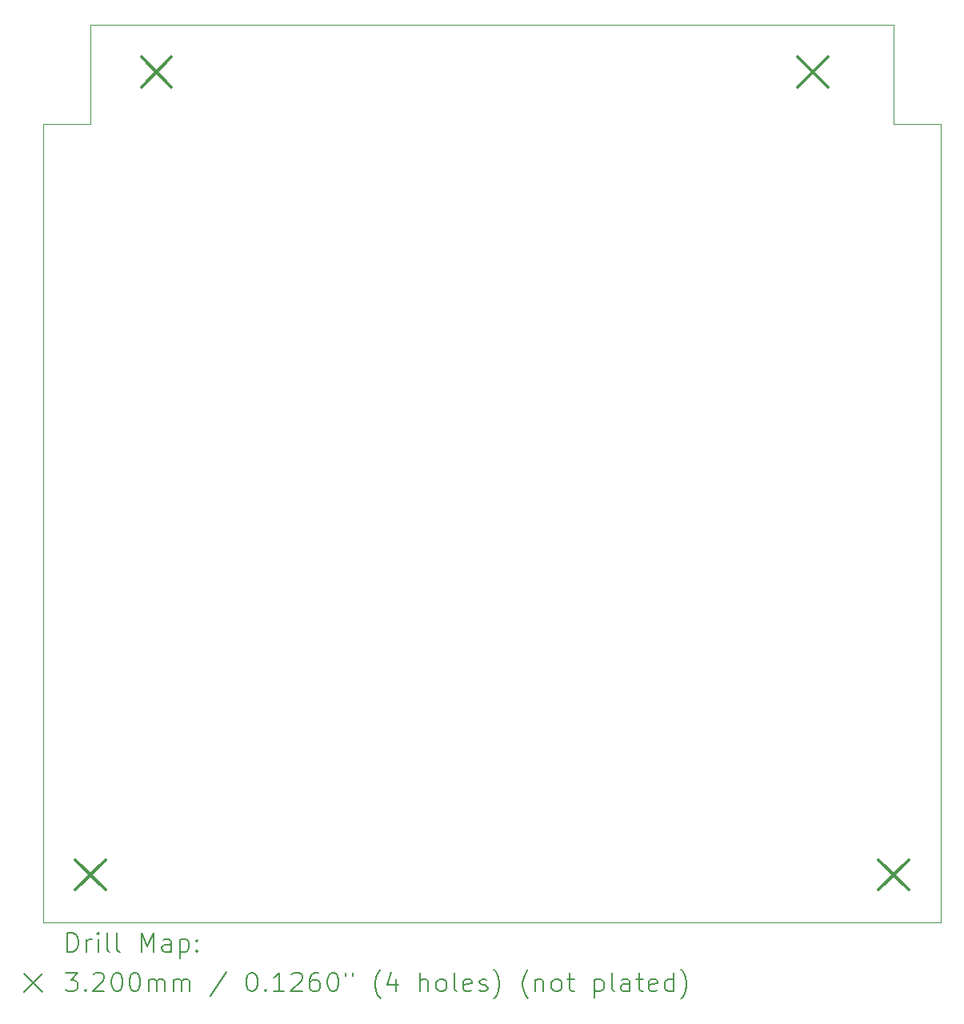
<source format=gbr>
%TF.GenerationSoftware,KiCad,Pcbnew,8.0.0*%
%TF.CreationDate,2025-01-17T00:29:13+02:00*%
%TF.ProjectId,diplomna_2024_sensors_pcb_layout,6469706c-6f6d-46e6-915f-323032345f73,rev?*%
%TF.SameCoordinates,Original*%
%TF.FileFunction,Drillmap*%
%TF.FilePolarity,Positive*%
%FSLAX45Y45*%
G04 Gerber Fmt 4.5, Leading zero omitted, Abs format (unit mm)*
G04 Created by KiCad (PCBNEW 8.0.0) date 2025-01-17 00:29:13*
%MOMM*%
%LPD*%
G01*
G04 APERTURE LIST*
%ADD10C,0.050000*%
%ADD11C,0.200000*%
%ADD12C,0.320000*%
G04 APERTURE END LIST*
D10*
X25200000Y-14550000D02*
X15700000Y-14550000D01*
X24700000Y-5050000D02*
X24700000Y-6100000D01*
X25200000Y-6100000D02*
X25200000Y-14550000D01*
X15700000Y-14550000D02*
X15700000Y-6100000D01*
X16200000Y-6100000D02*
X16200000Y-5050000D01*
X24700000Y-6100000D02*
X25200000Y-6100000D01*
X16200000Y-5050000D02*
X24700000Y-5050000D01*
X15700000Y-6100000D02*
X16200000Y-6100000D01*
D11*
D12*
X16040000Y-13890000D02*
X16360000Y-14210000D01*
X16360000Y-13890000D02*
X16040000Y-14210000D01*
X16740000Y-5390000D02*
X17060000Y-5710000D01*
X17060000Y-5390000D02*
X16740000Y-5710000D01*
X23690000Y-5390000D02*
X24010000Y-5710000D01*
X24010000Y-5390000D02*
X23690000Y-5710000D01*
X24540000Y-13890000D02*
X24860000Y-14210000D01*
X24860000Y-13890000D02*
X24540000Y-14210000D01*
D11*
X15958277Y-14863984D02*
X15958277Y-14663984D01*
X15958277Y-14663984D02*
X16005896Y-14663984D01*
X16005896Y-14663984D02*
X16034467Y-14673508D01*
X16034467Y-14673508D02*
X16053515Y-14692555D01*
X16053515Y-14692555D02*
X16063039Y-14711603D01*
X16063039Y-14711603D02*
X16072562Y-14749698D01*
X16072562Y-14749698D02*
X16072562Y-14778269D01*
X16072562Y-14778269D02*
X16063039Y-14816365D01*
X16063039Y-14816365D02*
X16053515Y-14835412D01*
X16053515Y-14835412D02*
X16034467Y-14854460D01*
X16034467Y-14854460D02*
X16005896Y-14863984D01*
X16005896Y-14863984D02*
X15958277Y-14863984D01*
X16158277Y-14863984D02*
X16158277Y-14730650D01*
X16158277Y-14768746D02*
X16167801Y-14749698D01*
X16167801Y-14749698D02*
X16177324Y-14740174D01*
X16177324Y-14740174D02*
X16196372Y-14730650D01*
X16196372Y-14730650D02*
X16215420Y-14730650D01*
X16282086Y-14863984D02*
X16282086Y-14730650D01*
X16282086Y-14663984D02*
X16272562Y-14673508D01*
X16272562Y-14673508D02*
X16282086Y-14683031D01*
X16282086Y-14683031D02*
X16291610Y-14673508D01*
X16291610Y-14673508D02*
X16282086Y-14663984D01*
X16282086Y-14663984D02*
X16282086Y-14683031D01*
X16405896Y-14863984D02*
X16386848Y-14854460D01*
X16386848Y-14854460D02*
X16377324Y-14835412D01*
X16377324Y-14835412D02*
X16377324Y-14663984D01*
X16510658Y-14863984D02*
X16491610Y-14854460D01*
X16491610Y-14854460D02*
X16482086Y-14835412D01*
X16482086Y-14835412D02*
X16482086Y-14663984D01*
X16739229Y-14863984D02*
X16739229Y-14663984D01*
X16739229Y-14663984D02*
X16805896Y-14806841D01*
X16805896Y-14806841D02*
X16872563Y-14663984D01*
X16872563Y-14663984D02*
X16872563Y-14863984D01*
X17053515Y-14863984D02*
X17053515Y-14759222D01*
X17053515Y-14759222D02*
X17043991Y-14740174D01*
X17043991Y-14740174D02*
X17024944Y-14730650D01*
X17024944Y-14730650D02*
X16986848Y-14730650D01*
X16986848Y-14730650D02*
X16967801Y-14740174D01*
X17053515Y-14854460D02*
X17034467Y-14863984D01*
X17034467Y-14863984D02*
X16986848Y-14863984D01*
X16986848Y-14863984D02*
X16967801Y-14854460D01*
X16967801Y-14854460D02*
X16958277Y-14835412D01*
X16958277Y-14835412D02*
X16958277Y-14816365D01*
X16958277Y-14816365D02*
X16967801Y-14797317D01*
X16967801Y-14797317D02*
X16986848Y-14787793D01*
X16986848Y-14787793D02*
X17034467Y-14787793D01*
X17034467Y-14787793D02*
X17053515Y-14778269D01*
X17148753Y-14730650D02*
X17148753Y-14930650D01*
X17148753Y-14740174D02*
X17167801Y-14730650D01*
X17167801Y-14730650D02*
X17205896Y-14730650D01*
X17205896Y-14730650D02*
X17224944Y-14740174D01*
X17224944Y-14740174D02*
X17234467Y-14749698D01*
X17234467Y-14749698D02*
X17243991Y-14768746D01*
X17243991Y-14768746D02*
X17243991Y-14825888D01*
X17243991Y-14825888D02*
X17234467Y-14844936D01*
X17234467Y-14844936D02*
X17224944Y-14854460D01*
X17224944Y-14854460D02*
X17205896Y-14863984D01*
X17205896Y-14863984D02*
X17167801Y-14863984D01*
X17167801Y-14863984D02*
X17148753Y-14854460D01*
X17329705Y-14844936D02*
X17339229Y-14854460D01*
X17339229Y-14854460D02*
X17329705Y-14863984D01*
X17329705Y-14863984D02*
X17320182Y-14854460D01*
X17320182Y-14854460D02*
X17329705Y-14844936D01*
X17329705Y-14844936D02*
X17329705Y-14863984D01*
X17329705Y-14740174D02*
X17339229Y-14749698D01*
X17339229Y-14749698D02*
X17329705Y-14759222D01*
X17329705Y-14759222D02*
X17320182Y-14749698D01*
X17320182Y-14749698D02*
X17329705Y-14740174D01*
X17329705Y-14740174D02*
X17329705Y-14759222D01*
X15497500Y-15092500D02*
X15697500Y-15292500D01*
X15697500Y-15092500D02*
X15497500Y-15292500D01*
X15939229Y-15083984D02*
X16063039Y-15083984D01*
X16063039Y-15083984D02*
X15996372Y-15160174D01*
X15996372Y-15160174D02*
X16024943Y-15160174D01*
X16024943Y-15160174D02*
X16043991Y-15169698D01*
X16043991Y-15169698D02*
X16053515Y-15179222D01*
X16053515Y-15179222D02*
X16063039Y-15198269D01*
X16063039Y-15198269D02*
X16063039Y-15245888D01*
X16063039Y-15245888D02*
X16053515Y-15264936D01*
X16053515Y-15264936D02*
X16043991Y-15274460D01*
X16043991Y-15274460D02*
X16024943Y-15283984D01*
X16024943Y-15283984D02*
X15967801Y-15283984D01*
X15967801Y-15283984D02*
X15948753Y-15274460D01*
X15948753Y-15274460D02*
X15939229Y-15264936D01*
X16148753Y-15264936D02*
X16158277Y-15274460D01*
X16158277Y-15274460D02*
X16148753Y-15283984D01*
X16148753Y-15283984D02*
X16139229Y-15274460D01*
X16139229Y-15274460D02*
X16148753Y-15264936D01*
X16148753Y-15264936D02*
X16148753Y-15283984D01*
X16234467Y-15103031D02*
X16243991Y-15093508D01*
X16243991Y-15093508D02*
X16263039Y-15083984D01*
X16263039Y-15083984D02*
X16310658Y-15083984D01*
X16310658Y-15083984D02*
X16329705Y-15093508D01*
X16329705Y-15093508D02*
X16339229Y-15103031D01*
X16339229Y-15103031D02*
X16348753Y-15122079D01*
X16348753Y-15122079D02*
X16348753Y-15141127D01*
X16348753Y-15141127D02*
X16339229Y-15169698D01*
X16339229Y-15169698D02*
X16224943Y-15283984D01*
X16224943Y-15283984D02*
X16348753Y-15283984D01*
X16472562Y-15083984D02*
X16491610Y-15083984D01*
X16491610Y-15083984D02*
X16510658Y-15093508D01*
X16510658Y-15093508D02*
X16520182Y-15103031D01*
X16520182Y-15103031D02*
X16529705Y-15122079D01*
X16529705Y-15122079D02*
X16539229Y-15160174D01*
X16539229Y-15160174D02*
X16539229Y-15207793D01*
X16539229Y-15207793D02*
X16529705Y-15245888D01*
X16529705Y-15245888D02*
X16520182Y-15264936D01*
X16520182Y-15264936D02*
X16510658Y-15274460D01*
X16510658Y-15274460D02*
X16491610Y-15283984D01*
X16491610Y-15283984D02*
X16472562Y-15283984D01*
X16472562Y-15283984D02*
X16453515Y-15274460D01*
X16453515Y-15274460D02*
X16443991Y-15264936D01*
X16443991Y-15264936D02*
X16434467Y-15245888D01*
X16434467Y-15245888D02*
X16424943Y-15207793D01*
X16424943Y-15207793D02*
X16424943Y-15160174D01*
X16424943Y-15160174D02*
X16434467Y-15122079D01*
X16434467Y-15122079D02*
X16443991Y-15103031D01*
X16443991Y-15103031D02*
X16453515Y-15093508D01*
X16453515Y-15093508D02*
X16472562Y-15083984D01*
X16663039Y-15083984D02*
X16682086Y-15083984D01*
X16682086Y-15083984D02*
X16701134Y-15093508D01*
X16701134Y-15093508D02*
X16710658Y-15103031D01*
X16710658Y-15103031D02*
X16720182Y-15122079D01*
X16720182Y-15122079D02*
X16729705Y-15160174D01*
X16729705Y-15160174D02*
X16729705Y-15207793D01*
X16729705Y-15207793D02*
X16720182Y-15245888D01*
X16720182Y-15245888D02*
X16710658Y-15264936D01*
X16710658Y-15264936D02*
X16701134Y-15274460D01*
X16701134Y-15274460D02*
X16682086Y-15283984D01*
X16682086Y-15283984D02*
X16663039Y-15283984D01*
X16663039Y-15283984D02*
X16643991Y-15274460D01*
X16643991Y-15274460D02*
X16634467Y-15264936D01*
X16634467Y-15264936D02*
X16624943Y-15245888D01*
X16624943Y-15245888D02*
X16615420Y-15207793D01*
X16615420Y-15207793D02*
X16615420Y-15160174D01*
X16615420Y-15160174D02*
X16624943Y-15122079D01*
X16624943Y-15122079D02*
X16634467Y-15103031D01*
X16634467Y-15103031D02*
X16643991Y-15093508D01*
X16643991Y-15093508D02*
X16663039Y-15083984D01*
X16815420Y-15283984D02*
X16815420Y-15150650D01*
X16815420Y-15169698D02*
X16824944Y-15160174D01*
X16824944Y-15160174D02*
X16843991Y-15150650D01*
X16843991Y-15150650D02*
X16872563Y-15150650D01*
X16872563Y-15150650D02*
X16891610Y-15160174D01*
X16891610Y-15160174D02*
X16901134Y-15179222D01*
X16901134Y-15179222D02*
X16901134Y-15283984D01*
X16901134Y-15179222D02*
X16910658Y-15160174D01*
X16910658Y-15160174D02*
X16929705Y-15150650D01*
X16929705Y-15150650D02*
X16958277Y-15150650D01*
X16958277Y-15150650D02*
X16977325Y-15160174D01*
X16977325Y-15160174D02*
X16986848Y-15179222D01*
X16986848Y-15179222D02*
X16986848Y-15283984D01*
X17082086Y-15283984D02*
X17082086Y-15150650D01*
X17082086Y-15169698D02*
X17091610Y-15160174D01*
X17091610Y-15160174D02*
X17110658Y-15150650D01*
X17110658Y-15150650D02*
X17139229Y-15150650D01*
X17139229Y-15150650D02*
X17158277Y-15160174D01*
X17158277Y-15160174D02*
X17167801Y-15179222D01*
X17167801Y-15179222D02*
X17167801Y-15283984D01*
X17167801Y-15179222D02*
X17177325Y-15160174D01*
X17177325Y-15160174D02*
X17196372Y-15150650D01*
X17196372Y-15150650D02*
X17224944Y-15150650D01*
X17224944Y-15150650D02*
X17243991Y-15160174D01*
X17243991Y-15160174D02*
X17253515Y-15179222D01*
X17253515Y-15179222D02*
X17253515Y-15283984D01*
X17643991Y-15074460D02*
X17472563Y-15331603D01*
X17901134Y-15083984D02*
X17920182Y-15083984D01*
X17920182Y-15083984D02*
X17939229Y-15093508D01*
X17939229Y-15093508D02*
X17948753Y-15103031D01*
X17948753Y-15103031D02*
X17958277Y-15122079D01*
X17958277Y-15122079D02*
X17967801Y-15160174D01*
X17967801Y-15160174D02*
X17967801Y-15207793D01*
X17967801Y-15207793D02*
X17958277Y-15245888D01*
X17958277Y-15245888D02*
X17948753Y-15264936D01*
X17948753Y-15264936D02*
X17939229Y-15274460D01*
X17939229Y-15274460D02*
X17920182Y-15283984D01*
X17920182Y-15283984D02*
X17901134Y-15283984D01*
X17901134Y-15283984D02*
X17882087Y-15274460D01*
X17882087Y-15274460D02*
X17872563Y-15264936D01*
X17872563Y-15264936D02*
X17863039Y-15245888D01*
X17863039Y-15245888D02*
X17853515Y-15207793D01*
X17853515Y-15207793D02*
X17853515Y-15160174D01*
X17853515Y-15160174D02*
X17863039Y-15122079D01*
X17863039Y-15122079D02*
X17872563Y-15103031D01*
X17872563Y-15103031D02*
X17882087Y-15093508D01*
X17882087Y-15093508D02*
X17901134Y-15083984D01*
X18053515Y-15264936D02*
X18063039Y-15274460D01*
X18063039Y-15274460D02*
X18053515Y-15283984D01*
X18053515Y-15283984D02*
X18043991Y-15274460D01*
X18043991Y-15274460D02*
X18053515Y-15264936D01*
X18053515Y-15264936D02*
X18053515Y-15283984D01*
X18253515Y-15283984D02*
X18139229Y-15283984D01*
X18196372Y-15283984D02*
X18196372Y-15083984D01*
X18196372Y-15083984D02*
X18177325Y-15112555D01*
X18177325Y-15112555D02*
X18158277Y-15131603D01*
X18158277Y-15131603D02*
X18139229Y-15141127D01*
X18329706Y-15103031D02*
X18339229Y-15093508D01*
X18339229Y-15093508D02*
X18358277Y-15083984D01*
X18358277Y-15083984D02*
X18405896Y-15083984D01*
X18405896Y-15083984D02*
X18424944Y-15093508D01*
X18424944Y-15093508D02*
X18434468Y-15103031D01*
X18434468Y-15103031D02*
X18443991Y-15122079D01*
X18443991Y-15122079D02*
X18443991Y-15141127D01*
X18443991Y-15141127D02*
X18434468Y-15169698D01*
X18434468Y-15169698D02*
X18320182Y-15283984D01*
X18320182Y-15283984D02*
X18443991Y-15283984D01*
X18615420Y-15083984D02*
X18577325Y-15083984D01*
X18577325Y-15083984D02*
X18558277Y-15093508D01*
X18558277Y-15093508D02*
X18548753Y-15103031D01*
X18548753Y-15103031D02*
X18529706Y-15131603D01*
X18529706Y-15131603D02*
X18520182Y-15169698D01*
X18520182Y-15169698D02*
X18520182Y-15245888D01*
X18520182Y-15245888D02*
X18529706Y-15264936D01*
X18529706Y-15264936D02*
X18539229Y-15274460D01*
X18539229Y-15274460D02*
X18558277Y-15283984D01*
X18558277Y-15283984D02*
X18596372Y-15283984D01*
X18596372Y-15283984D02*
X18615420Y-15274460D01*
X18615420Y-15274460D02*
X18624944Y-15264936D01*
X18624944Y-15264936D02*
X18634468Y-15245888D01*
X18634468Y-15245888D02*
X18634468Y-15198269D01*
X18634468Y-15198269D02*
X18624944Y-15179222D01*
X18624944Y-15179222D02*
X18615420Y-15169698D01*
X18615420Y-15169698D02*
X18596372Y-15160174D01*
X18596372Y-15160174D02*
X18558277Y-15160174D01*
X18558277Y-15160174D02*
X18539229Y-15169698D01*
X18539229Y-15169698D02*
X18529706Y-15179222D01*
X18529706Y-15179222D02*
X18520182Y-15198269D01*
X18758277Y-15083984D02*
X18777325Y-15083984D01*
X18777325Y-15083984D02*
X18796372Y-15093508D01*
X18796372Y-15093508D02*
X18805896Y-15103031D01*
X18805896Y-15103031D02*
X18815420Y-15122079D01*
X18815420Y-15122079D02*
X18824944Y-15160174D01*
X18824944Y-15160174D02*
X18824944Y-15207793D01*
X18824944Y-15207793D02*
X18815420Y-15245888D01*
X18815420Y-15245888D02*
X18805896Y-15264936D01*
X18805896Y-15264936D02*
X18796372Y-15274460D01*
X18796372Y-15274460D02*
X18777325Y-15283984D01*
X18777325Y-15283984D02*
X18758277Y-15283984D01*
X18758277Y-15283984D02*
X18739229Y-15274460D01*
X18739229Y-15274460D02*
X18729706Y-15264936D01*
X18729706Y-15264936D02*
X18720182Y-15245888D01*
X18720182Y-15245888D02*
X18710658Y-15207793D01*
X18710658Y-15207793D02*
X18710658Y-15160174D01*
X18710658Y-15160174D02*
X18720182Y-15122079D01*
X18720182Y-15122079D02*
X18729706Y-15103031D01*
X18729706Y-15103031D02*
X18739229Y-15093508D01*
X18739229Y-15093508D02*
X18758277Y-15083984D01*
X18901134Y-15083984D02*
X18901134Y-15122079D01*
X18977325Y-15083984D02*
X18977325Y-15122079D01*
X19272563Y-15360174D02*
X19263039Y-15350650D01*
X19263039Y-15350650D02*
X19243991Y-15322079D01*
X19243991Y-15322079D02*
X19234468Y-15303031D01*
X19234468Y-15303031D02*
X19224944Y-15274460D01*
X19224944Y-15274460D02*
X19215420Y-15226841D01*
X19215420Y-15226841D02*
X19215420Y-15188746D01*
X19215420Y-15188746D02*
X19224944Y-15141127D01*
X19224944Y-15141127D02*
X19234468Y-15112555D01*
X19234468Y-15112555D02*
X19243991Y-15093508D01*
X19243991Y-15093508D02*
X19263039Y-15064936D01*
X19263039Y-15064936D02*
X19272563Y-15055412D01*
X19434468Y-15150650D02*
X19434468Y-15283984D01*
X19386849Y-15074460D02*
X19339230Y-15217317D01*
X19339230Y-15217317D02*
X19463039Y-15217317D01*
X19691611Y-15283984D02*
X19691611Y-15083984D01*
X19777325Y-15283984D02*
X19777325Y-15179222D01*
X19777325Y-15179222D02*
X19767801Y-15160174D01*
X19767801Y-15160174D02*
X19748753Y-15150650D01*
X19748753Y-15150650D02*
X19720182Y-15150650D01*
X19720182Y-15150650D02*
X19701134Y-15160174D01*
X19701134Y-15160174D02*
X19691611Y-15169698D01*
X19901134Y-15283984D02*
X19882087Y-15274460D01*
X19882087Y-15274460D02*
X19872563Y-15264936D01*
X19872563Y-15264936D02*
X19863039Y-15245888D01*
X19863039Y-15245888D02*
X19863039Y-15188746D01*
X19863039Y-15188746D02*
X19872563Y-15169698D01*
X19872563Y-15169698D02*
X19882087Y-15160174D01*
X19882087Y-15160174D02*
X19901134Y-15150650D01*
X19901134Y-15150650D02*
X19929706Y-15150650D01*
X19929706Y-15150650D02*
X19948753Y-15160174D01*
X19948753Y-15160174D02*
X19958277Y-15169698D01*
X19958277Y-15169698D02*
X19967801Y-15188746D01*
X19967801Y-15188746D02*
X19967801Y-15245888D01*
X19967801Y-15245888D02*
X19958277Y-15264936D01*
X19958277Y-15264936D02*
X19948753Y-15274460D01*
X19948753Y-15274460D02*
X19929706Y-15283984D01*
X19929706Y-15283984D02*
X19901134Y-15283984D01*
X20082087Y-15283984D02*
X20063039Y-15274460D01*
X20063039Y-15274460D02*
X20053515Y-15255412D01*
X20053515Y-15255412D02*
X20053515Y-15083984D01*
X20234468Y-15274460D02*
X20215420Y-15283984D01*
X20215420Y-15283984D02*
X20177325Y-15283984D01*
X20177325Y-15283984D02*
X20158277Y-15274460D01*
X20158277Y-15274460D02*
X20148753Y-15255412D01*
X20148753Y-15255412D02*
X20148753Y-15179222D01*
X20148753Y-15179222D02*
X20158277Y-15160174D01*
X20158277Y-15160174D02*
X20177325Y-15150650D01*
X20177325Y-15150650D02*
X20215420Y-15150650D01*
X20215420Y-15150650D02*
X20234468Y-15160174D01*
X20234468Y-15160174D02*
X20243992Y-15179222D01*
X20243992Y-15179222D02*
X20243992Y-15198269D01*
X20243992Y-15198269D02*
X20148753Y-15217317D01*
X20320182Y-15274460D02*
X20339230Y-15283984D01*
X20339230Y-15283984D02*
X20377325Y-15283984D01*
X20377325Y-15283984D02*
X20396373Y-15274460D01*
X20396373Y-15274460D02*
X20405896Y-15255412D01*
X20405896Y-15255412D02*
X20405896Y-15245888D01*
X20405896Y-15245888D02*
X20396373Y-15226841D01*
X20396373Y-15226841D02*
X20377325Y-15217317D01*
X20377325Y-15217317D02*
X20348753Y-15217317D01*
X20348753Y-15217317D02*
X20329706Y-15207793D01*
X20329706Y-15207793D02*
X20320182Y-15188746D01*
X20320182Y-15188746D02*
X20320182Y-15179222D01*
X20320182Y-15179222D02*
X20329706Y-15160174D01*
X20329706Y-15160174D02*
X20348753Y-15150650D01*
X20348753Y-15150650D02*
X20377325Y-15150650D01*
X20377325Y-15150650D02*
X20396373Y-15160174D01*
X20472563Y-15360174D02*
X20482087Y-15350650D01*
X20482087Y-15350650D02*
X20501134Y-15322079D01*
X20501134Y-15322079D02*
X20510658Y-15303031D01*
X20510658Y-15303031D02*
X20520182Y-15274460D01*
X20520182Y-15274460D02*
X20529706Y-15226841D01*
X20529706Y-15226841D02*
X20529706Y-15188746D01*
X20529706Y-15188746D02*
X20520182Y-15141127D01*
X20520182Y-15141127D02*
X20510658Y-15112555D01*
X20510658Y-15112555D02*
X20501134Y-15093508D01*
X20501134Y-15093508D02*
X20482087Y-15064936D01*
X20482087Y-15064936D02*
X20472563Y-15055412D01*
X20834468Y-15360174D02*
X20824944Y-15350650D01*
X20824944Y-15350650D02*
X20805896Y-15322079D01*
X20805896Y-15322079D02*
X20796373Y-15303031D01*
X20796373Y-15303031D02*
X20786849Y-15274460D01*
X20786849Y-15274460D02*
X20777325Y-15226841D01*
X20777325Y-15226841D02*
X20777325Y-15188746D01*
X20777325Y-15188746D02*
X20786849Y-15141127D01*
X20786849Y-15141127D02*
X20796373Y-15112555D01*
X20796373Y-15112555D02*
X20805896Y-15093508D01*
X20805896Y-15093508D02*
X20824944Y-15064936D01*
X20824944Y-15064936D02*
X20834468Y-15055412D01*
X20910658Y-15150650D02*
X20910658Y-15283984D01*
X20910658Y-15169698D02*
X20920182Y-15160174D01*
X20920182Y-15160174D02*
X20939230Y-15150650D01*
X20939230Y-15150650D02*
X20967801Y-15150650D01*
X20967801Y-15150650D02*
X20986849Y-15160174D01*
X20986849Y-15160174D02*
X20996373Y-15179222D01*
X20996373Y-15179222D02*
X20996373Y-15283984D01*
X21120182Y-15283984D02*
X21101134Y-15274460D01*
X21101134Y-15274460D02*
X21091611Y-15264936D01*
X21091611Y-15264936D02*
X21082087Y-15245888D01*
X21082087Y-15245888D02*
X21082087Y-15188746D01*
X21082087Y-15188746D02*
X21091611Y-15169698D01*
X21091611Y-15169698D02*
X21101134Y-15160174D01*
X21101134Y-15160174D02*
X21120182Y-15150650D01*
X21120182Y-15150650D02*
X21148754Y-15150650D01*
X21148754Y-15150650D02*
X21167801Y-15160174D01*
X21167801Y-15160174D02*
X21177325Y-15169698D01*
X21177325Y-15169698D02*
X21186849Y-15188746D01*
X21186849Y-15188746D02*
X21186849Y-15245888D01*
X21186849Y-15245888D02*
X21177325Y-15264936D01*
X21177325Y-15264936D02*
X21167801Y-15274460D01*
X21167801Y-15274460D02*
X21148754Y-15283984D01*
X21148754Y-15283984D02*
X21120182Y-15283984D01*
X21243992Y-15150650D02*
X21320182Y-15150650D01*
X21272563Y-15083984D02*
X21272563Y-15255412D01*
X21272563Y-15255412D02*
X21282087Y-15274460D01*
X21282087Y-15274460D02*
X21301134Y-15283984D01*
X21301134Y-15283984D02*
X21320182Y-15283984D01*
X21539230Y-15150650D02*
X21539230Y-15350650D01*
X21539230Y-15160174D02*
X21558277Y-15150650D01*
X21558277Y-15150650D02*
X21596373Y-15150650D01*
X21596373Y-15150650D02*
X21615420Y-15160174D01*
X21615420Y-15160174D02*
X21624944Y-15169698D01*
X21624944Y-15169698D02*
X21634468Y-15188746D01*
X21634468Y-15188746D02*
X21634468Y-15245888D01*
X21634468Y-15245888D02*
X21624944Y-15264936D01*
X21624944Y-15264936D02*
X21615420Y-15274460D01*
X21615420Y-15274460D02*
X21596373Y-15283984D01*
X21596373Y-15283984D02*
X21558277Y-15283984D01*
X21558277Y-15283984D02*
X21539230Y-15274460D01*
X21748754Y-15283984D02*
X21729706Y-15274460D01*
X21729706Y-15274460D02*
X21720182Y-15255412D01*
X21720182Y-15255412D02*
X21720182Y-15083984D01*
X21910658Y-15283984D02*
X21910658Y-15179222D01*
X21910658Y-15179222D02*
X21901135Y-15160174D01*
X21901135Y-15160174D02*
X21882087Y-15150650D01*
X21882087Y-15150650D02*
X21843992Y-15150650D01*
X21843992Y-15150650D02*
X21824944Y-15160174D01*
X21910658Y-15274460D02*
X21891611Y-15283984D01*
X21891611Y-15283984D02*
X21843992Y-15283984D01*
X21843992Y-15283984D02*
X21824944Y-15274460D01*
X21824944Y-15274460D02*
X21815420Y-15255412D01*
X21815420Y-15255412D02*
X21815420Y-15236365D01*
X21815420Y-15236365D02*
X21824944Y-15217317D01*
X21824944Y-15217317D02*
X21843992Y-15207793D01*
X21843992Y-15207793D02*
X21891611Y-15207793D01*
X21891611Y-15207793D02*
X21910658Y-15198269D01*
X21977325Y-15150650D02*
X22053515Y-15150650D01*
X22005896Y-15083984D02*
X22005896Y-15255412D01*
X22005896Y-15255412D02*
X22015420Y-15274460D01*
X22015420Y-15274460D02*
X22034468Y-15283984D01*
X22034468Y-15283984D02*
X22053515Y-15283984D01*
X22196373Y-15274460D02*
X22177325Y-15283984D01*
X22177325Y-15283984D02*
X22139230Y-15283984D01*
X22139230Y-15283984D02*
X22120182Y-15274460D01*
X22120182Y-15274460D02*
X22110658Y-15255412D01*
X22110658Y-15255412D02*
X22110658Y-15179222D01*
X22110658Y-15179222D02*
X22120182Y-15160174D01*
X22120182Y-15160174D02*
X22139230Y-15150650D01*
X22139230Y-15150650D02*
X22177325Y-15150650D01*
X22177325Y-15150650D02*
X22196373Y-15160174D01*
X22196373Y-15160174D02*
X22205896Y-15179222D01*
X22205896Y-15179222D02*
X22205896Y-15198269D01*
X22205896Y-15198269D02*
X22110658Y-15217317D01*
X22377325Y-15283984D02*
X22377325Y-15083984D01*
X22377325Y-15274460D02*
X22358277Y-15283984D01*
X22358277Y-15283984D02*
X22320182Y-15283984D01*
X22320182Y-15283984D02*
X22301135Y-15274460D01*
X22301135Y-15274460D02*
X22291611Y-15264936D01*
X22291611Y-15264936D02*
X22282087Y-15245888D01*
X22282087Y-15245888D02*
X22282087Y-15188746D01*
X22282087Y-15188746D02*
X22291611Y-15169698D01*
X22291611Y-15169698D02*
X22301135Y-15160174D01*
X22301135Y-15160174D02*
X22320182Y-15150650D01*
X22320182Y-15150650D02*
X22358277Y-15150650D01*
X22358277Y-15150650D02*
X22377325Y-15160174D01*
X22453515Y-15360174D02*
X22463039Y-15350650D01*
X22463039Y-15350650D02*
X22482087Y-15322079D01*
X22482087Y-15322079D02*
X22491611Y-15303031D01*
X22491611Y-15303031D02*
X22501134Y-15274460D01*
X22501134Y-15274460D02*
X22510658Y-15226841D01*
X22510658Y-15226841D02*
X22510658Y-15188746D01*
X22510658Y-15188746D02*
X22501134Y-15141127D01*
X22501134Y-15141127D02*
X22491611Y-15112555D01*
X22491611Y-15112555D02*
X22482087Y-15093508D01*
X22482087Y-15093508D02*
X22463039Y-15064936D01*
X22463039Y-15064936D02*
X22453515Y-15055412D01*
M02*

</source>
